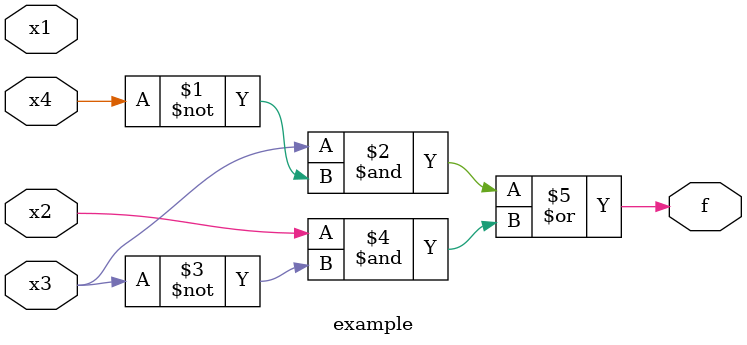
<source format=v>
module example(x1,x2,x3,x4,f);
	input x1,x2,x3,x4;
	output f;
	assign f = (x3 & ~x4)|(x2 & ~x3);
endmodule

	

</source>
